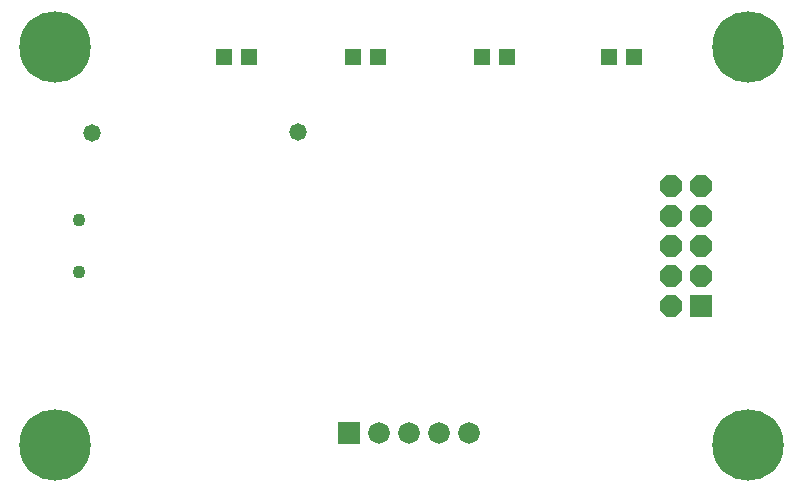
<source format=gbs>
G75*
G70*
%OFA0B0*%
%FSLAX24Y24*%
%IPPOS*%
%LPD*%
%AMOC8*
5,1,8,0,0,1.08239X$1,22.5*
%
%ADD10R,0.0552X0.0552*%
%ADD11C,0.2380*%
%ADD12C,0.0434*%
%ADD13R,0.0720X0.0720*%
%ADD14OC8,0.0720*%
%ADD15C,0.0720*%
%ADD16C,0.0580*%
D10*
X008515Y019213D03*
X009341Y019213D03*
X012815Y019213D03*
X013641Y019213D03*
X017115Y019213D03*
X017941Y019213D03*
X021365Y019213D03*
X022191Y019213D03*
D11*
X002883Y006289D03*
X025973Y006289D03*
X025973Y019537D03*
X002883Y019537D03*
D12*
X003703Y013780D03*
X003703Y012047D03*
D13*
X012678Y006663D03*
X024428Y010913D03*
D14*
X023428Y010913D03*
X023428Y011913D03*
X024428Y011913D03*
X024428Y012913D03*
X023428Y012913D03*
X023428Y013913D03*
X024428Y013913D03*
X024428Y014913D03*
X023428Y014913D03*
D15*
X016678Y006663D03*
X015678Y006663D03*
X014678Y006663D03*
X013678Y006663D03*
D16*
X004128Y016663D03*
X010978Y016713D03*
M02*

</source>
